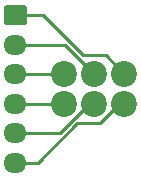
<source format=gtl>
G04 #@! TF.GenerationSoftware,KiCad,Pcbnew,(5.1.4)-1*
G04 #@! TF.CreationDate,2019-12-18T15:45:31+05:30*
G04 #@! TF.ProjectId,pogo connector pcb,706f676f-2063-46f6-9e6e-6563746f7220,rev?*
G04 #@! TF.SameCoordinates,Original*
G04 #@! TF.FileFunction,Copper,L1,Top*
G04 #@! TF.FilePolarity,Positive*
%FSLAX46Y46*%
G04 Gerber Fmt 4.6, Leading zero omitted, Abs format (unit mm)*
G04 Created by KiCad (PCBNEW (5.1.4)-1) date 2019-12-18 15:45:31*
%MOMM*%
%LPD*%
G04 APERTURE LIST*
%ADD10C,0.100000*%
%ADD11C,1.700000*%
%ADD12O,1.950000X1.700000*%
%ADD13C,2.200000*%
%ADD14C,0.250000*%
G04 APERTURE END LIST*
D10*
G36*
X11199504Y-9951204D02*
G01*
X11223773Y-9954804D01*
X11247571Y-9960765D01*
X11270671Y-9969030D01*
X11292849Y-9979520D01*
X11313893Y-9992133D01*
X11333598Y-10006747D01*
X11351777Y-10023223D01*
X11368253Y-10041402D01*
X11382867Y-10061107D01*
X11395480Y-10082151D01*
X11405970Y-10104329D01*
X11414235Y-10127429D01*
X11420196Y-10151227D01*
X11423796Y-10175496D01*
X11425000Y-10200000D01*
X11425000Y-11400000D01*
X11423796Y-11424504D01*
X11420196Y-11448773D01*
X11414235Y-11472571D01*
X11405970Y-11495671D01*
X11395480Y-11517849D01*
X11382867Y-11538893D01*
X11368253Y-11558598D01*
X11351777Y-11576777D01*
X11333598Y-11593253D01*
X11313893Y-11607867D01*
X11292849Y-11620480D01*
X11270671Y-11630970D01*
X11247571Y-11639235D01*
X11223773Y-11645196D01*
X11199504Y-11648796D01*
X11175000Y-11650000D01*
X9725000Y-11650000D01*
X9700496Y-11648796D01*
X9676227Y-11645196D01*
X9652429Y-11639235D01*
X9629329Y-11630970D01*
X9607151Y-11620480D01*
X9586107Y-11607867D01*
X9566402Y-11593253D01*
X9548223Y-11576777D01*
X9531747Y-11558598D01*
X9517133Y-11538893D01*
X9504520Y-11517849D01*
X9494030Y-11495671D01*
X9485765Y-11472571D01*
X9479804Y-11448773D01*
X9476204Y-11424504D01*
X9475000Y-11400000D01*
X9475000Y-10200000D01*
X9476204Y-10175496D01*
X9479804Y-10151227D01*
X9485765Y-10127429D01*
X9494030Y-10104329D01*
X9504520Y-10082151D01*
X9517133Y-10061107D01*
X9531747Y-10041402D01*
X9548223Y-10023223D01*
X9566402Y-10006747D01*
X9586107Y-9992133D01*
X9607151Y-9979520D01*
X9629329Y-9969030D01*
X9652429Y-9960765D01*
X9676227Y-9954804D01*
X9700496Y-9951204D01*
X9725000Y-9950000D01*
X11175000Y-9950000D01*
X11199504Y-9951204D01*
X11199504Y-9951204D01*
G37*
D11*
X10450000Y-10800000D03*
D12*
X10450000Y-13300000D03*
X10450000Y-15800000D03*
X10450000Y-18300000D03*
X10450000Y-20800000D03*
X10450000Y-23300000D03*
D13*
X19680000Y-15760000D03*
X19680000Y-18300000D03*
X17140000Y-15760000D03*
X17140000Y-18300000D03*
X14600000Y-15760000D03*
X14600000Y-18300000D03*
D14*
X13044366Y-18300000D02*
X10950000Y-18300000D01*
X14600000Y-18300000D02*
X13044366Y-18300000D01*
X10990000Y-15760000D02*
X10950000Y-15800000D01*
X14600000Y-15760000D02*
X10990000Y-15760000D01*
X12175000Y-20800000D02*
X10950000Y-20800000D01*
X14209002Y-20800000D02*
X12175000Y-20800000D01*
X16709002Y-18300000D02*
X14209002Y-20800000D01*
X17140000Y-18300000D02*
X16709002Y-18300000D01*
X17140000Y-15760000D02*
X16931002Y-15760000D01*
X14680000Y-13300000D02*
X10950000Y-13300000D01*
X17140000Y-15760000D02*
X14680000Y-13300000D01*
X19249002Y-18300000D02*
X17599002Y-19950000D01*
X19680000Y-18300000D02*
X19249002Y-18300000D01*
X12175000Y-23300000D02*
X10950000Y-23300000D01*
X12345412Y-23300000D02*
X12175000Y-23300000D01*
X15695412Y-19950000D02*
X12345412Y-23300000D01*
X17599002Y-19950000D02*
X15695412Y-19950000D01*
X19680000Y-15760000D02*
X18086795Y-14166795D01*
X18086795Y-14166795D02*
X16183205Y-14166795D01*
X12816410Y-10800000D02*
X10950000Y-10800000D01*
X16183205Y-14166795D02*
X12816410Y-10800000D01*
M02*

</source>
